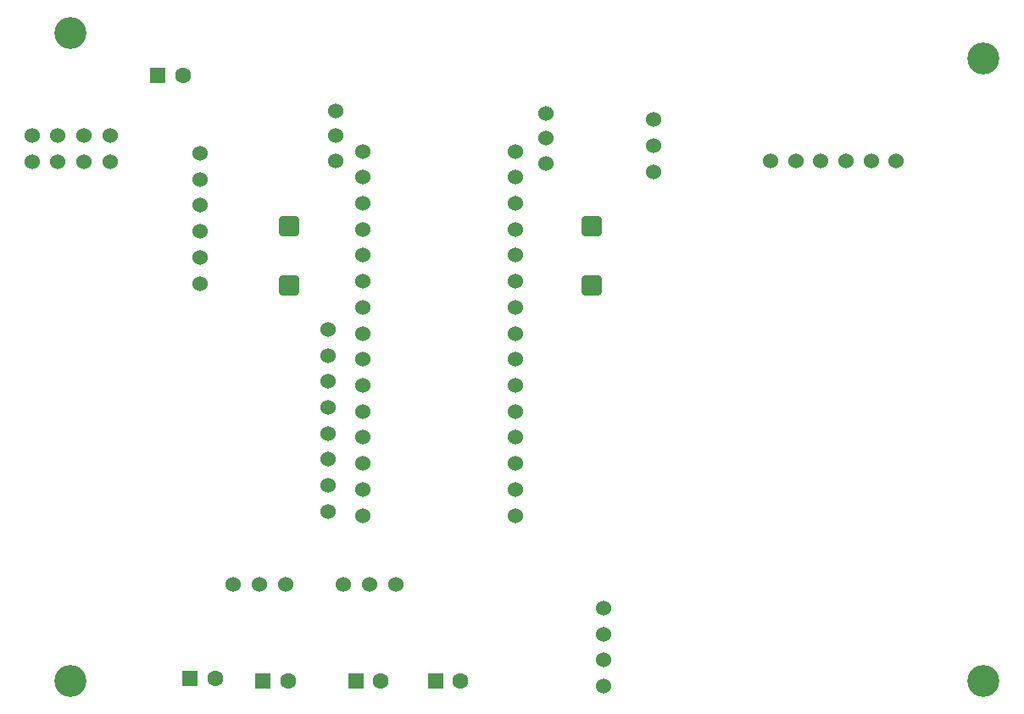
<source format=gbr>
%TF.GenerationSoftware,KiCad,Pcbnew,8.0.0*%
%TF.CreationDate,2025-03-20T21:29:14+05:30*%
%TF.ProjectId,Final_PCB_Schematic,46696e61-6c5f-4504-9342-5f536368656d,rev?*%
%TF.SameCoordinates,Original*%
%TF.FileFunction,Soldermask,Bot*%
%TF.FilePolarity,Negative*%
%FSLAX46Y46*%
G04 Gerber Fmt 4.6, Leading zero omitted, Abs format (unit mm)*
G04 Created by KiCad (PCBNEW 8.0.0) date 2025-03-20 21:29:14*
%MOMM*%
%LPD*%
G01*
G04 APERTURE LIST*
G04 Aperture macros list*
%AMRoundRect*
0 Rectangle with rounded corners*
0 $1 Rounding radius*
0 $2 $3 $4 $5 $6 $7 $8 $9 X,Y pos of 4 corners*
0 Add a 4 corners polygon primitive as box body*
4,1,4,$2,$3,$4,$5,$6,$7,$8,$9,$2,$3,0*
0 Add four circle primitives for the rounded corners*
1,1,$1+$1,$2,$3*
1,1,$1+$1,$4,$5*
1,1,$1+$1,$6,$7*
1,1,$1+$1,$8,$9*
0 Add four rect primitives between the rounded corners*
20,1,$1+$1,$2,$3,$4,$5,0*
20,1,$1+$1,$4,$5,$6,$7,0*
20,1,$1+$1,$6,$7,$8,$9,0*
20,1,$1+$1,$8,$9,$2,$3,0*%
G04 Aperture macros list end*
%ADD10C,3.200000*%
%ADD11R,1.600000X1.600000*%
%ADD12C,1.600000*%
%ADD13C,1.524000*%
%ADD14RoundRect,0.328084X-0.671916X0.671916X-0.671916X-0.671916X0.671916X-0.671916X0.671916X0.671916X0*%
%ADD15RoundRect,0.328084X0.671916X-0.671916X0.671916X0.671916X-0.671916X0.671916X-0.671916X-0.671916X0*%
G04 APERTURE END LIST*
D10*
%TO.C,H1*%
X96250000Y-60250000D03*
%TD*%
D11*
%TO.C,C4*%
X105000000Y-64500000D03*
D12*
X107500000Y-64500000D03*
%TD*%
D10*
%TO.C,H4*%
X187500000Y-125000000D03*
%TD*%
%TO.C,H2*%
X187500000Y-62750000D03*
%TD*%
%TO.C,H3*%
X96250000Y-125000000D03*
%TD*%
D13*
%TO.C,U11*%
X166250000Y-73000000D03*
X168750000Y-73000000D03*
X171250000Y-73000000D03*
X173750000Y-73000000D03*
X176250000Y-73000000D03*
X178750000Y-73000000D03*
%TD*%
D11*
%TO.C,C2*%
X108250000Y-124750000D03*
D12*
X110750000Y-124750000D03*
%TD*%
D13*
%TO.C,U15*%
X143750000Y-73250000D03*
X143750000Y-70750000D03*
X143750000Y-68250000D03*
%TD*%
%TO.C,U7*%
X117750000Y-115356000D03*
X115150000Y-115356000D03*
X112550000Y-115356000D03*
%TD*%
D11*
%TO.C,C3*%
X132750000Y-125000000D03*
D12*
X135250000Y-125000000D03*
%TD*%
D13*
%TO.C,U8*%
X122750000Y-68000000D03*
X122750000Y-70500000D03*
X122750000Y-73000000D03*
%TD*%
%TO.C,U5*%
X109250000Y-72250000D03*
X109250000Y-74850000D03*
X109250000Y-77450000D03*
X109250000Y-80050000D03*
X109250000Y-82650000D03*
X109250000Y-85250000D03*
%TD*%
%TO.C,U4*%
X154500000Y-68900000D03*
X154500000Y-71500000D03*
X154500000Y-74100000D03*
%TD*%
%TO.C,U3*%
X122000000Y-89850000D03*
X122000000Y-92450000D03*
X122000000Y-95050000D03*
X122000000Y-97650000D03*
X122000000Y-100250000D03*
X122000000Y-102850000D03*
X122000000Y-105450000D03*
X122000000Y-108050000D03*
%TD*%
%TO.C,U1*%
X140750000Y-108450000D03*
X140750000Y-105850000D03*
X140750000Y-103250000D03*
X140750000Y-100650000D03*
X140750000Y-98050000D03*
X140750000Y-95450000D03*
X140750000Y-92850000D03*
X140750000Y-90250000D03*
X140750000Y-87650000D03*
X140750000Y-85050000D03*
X140750000Y-82450000D03*
X140750000Y-79850000D03*
X140750000Y-77250000D03*
X140750000Y-74650000D03*
X140750000Y-72050000D03*
X125510000Y-108450000D03*
X125510000Y-105850000D03*
X125510000Y-103250000D03*
X125510000Y-100650000D03*
X125510000Y-98050000D03*
X125510000Y-95450000D03*
X125510000Y-92850000D03*
X125510000Y-90250000D03*
X125510000Y-87650000D03*
X125510000Y-85050000D03*
X125510000Y-82450000D03*
X125510000Y-79850000D03*
X125510000Y-77250000D03*
X125510000Y-74650000D03*
X125510000Y-72050000D03*
%TD*%
%TO.C,U2*%
X149500000Y-125500000D03*
X149500000Y-122900000D03*
X149500000Y-120300000D03*
X149500000Y-117700000D03*
%TD*%
D11*
%TO.C,C5*%
X124794888Y-125000000D03*
D12*
X127294888Y-125000000D03*
%TD*%
D13*
%TO.C,U14*%
X128750000Y-115356000D03*
X126150000Y-115356000D03*
X123550000Y-115356000D03*
%TD*%
D11*
%TO.C,C1*%
X115500000Y-125000000D03*
D12*
X118000000Y-125000000D03*
%TD*%
D13*
%TO.C,U6*%
X100250000Y-70500000D03*
X100250000Y-73100000D03*
X97650000Y-70500000D03*
X97650000Y-73100000D03*
X95050000Y-70500000D03*
X95050000Y-73100000D03*
X92450000Y-70500000D03*
X92450000Y-73100000D03*
%TD*%
D14*
%TO.C,U9*%
X118125000Y-79500000D03*
X118125000Y-85500000D03*
%TD*%
D15*
%TO.C,U10*%
X148375000Y-85500000D03*
X148375000Y-79500000D03*
%TD*%
M02*

</source>
